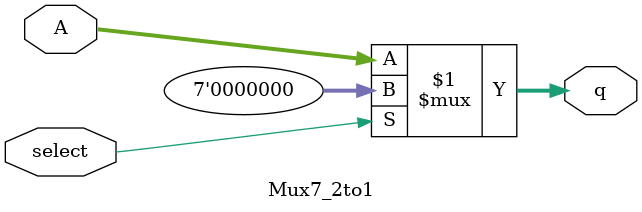
<source format=sv>
module Mux7_2to1(input[6:0] A, input select, output[6:0] q);
  
  assign q = select?7'b0:A;
  
endmodule

</source>
